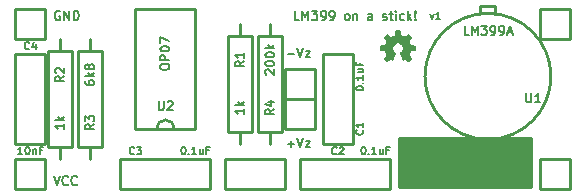
<source format=gto>
G04 (created by PCBNEW (22-Jun-2014 BZR 4027)-stable) date Wed 28 Mar 2018 02:14:31 AM CDT*
%MOIN*%
G04 Gerber Fmt 3.4, Leading zero omitted, Abs format*
%FSLAX34Y34*%
G01*
G70*
G90*
G04 APERTURE LIST*
%ADD10C,0.00590551*%
%ADD11C,0.006*%
%ADD12C,0.005*%
%ADD13C,0.01*%
%ADD14C,0.0001*%
G04 APERTURE END LIST*
G54D10*
G54D11*
X73571Y-58007D02*
X73800Y-58007D01*
X73685Y-58121D02*
X73685Y-57892D01*
X73900Y-57821D02*
X74000Y-58121D01*
X74100Y-57821D01*
X74171Y-57921D02*
X74328Y-57921D01*
X74171Y-58121D01*
X74328Y-58121D01*
X73571Y-55007D02*
X73800Y-55007D01*
X73900Y-54821D02*
X74000Y-55121D01*
X74100Y-54821D01*
X74171Y-54921D02*
X74328Y-54921D01*
X74171Y-55121D01*
X74328Y-55121D01*
X65778Y-59071D02*
X65878Y-59371D01*
X65978Y-59071D01*
X66250Y-59342D02*
X66235Y-59357D01*
X66192Y-59371D01*
X66164Y-59371D01*
X66121Y-59357D01*
X66092Y-59328D01*
X66078Y-59300D01*
X66064Y-59242D01*
X66064Y-59200D01*
X66078Y-59142D01*
X66092Y-59114D01*
X66121Y-59085D01*
X66164Y-59071D01*
X66192Y-59071D01*
X66235Y-59085D01*
X66250Y-59100D01*
X66550Y-59342D02*
X66535Y-59357D01*
X66492Y-59371D01*
X66464Y-59371D01*
X66421Y-59357D01*
X66392Y-59328D01*
X66378Y-59300D01*
X66364Y-59242D01*
X66364Y-59200D01*
X66378Y-59142D01*
X66392Y-59114D01*
X66421Y-59085D01*
X66464Y-59071D01*
X66492Y-59071D01*
X66535Y-59085D01*
X66550Y-59100D01*
X65978Y-53585D02*
X65950Y-53571D01*
X65907Y-53571D01*
X65864Y-53585D01*
X65835Y-53614D01*
X65821Y-53642D01*
X65807Y-53700D01*
X65807Y-53742D01*
X65821Y-53800D01*
X65835Y-53828D01*
X65864Y-53857D01*
X65907Y-53871D01*
X65935Y-53871D01*
X65978Y-53857D01*
X65992Y-53842D01*
X65992Y-53742D01*
X65935Y-53742D01*
X66121Y-53871D02*
X66121Y-53571D01*
X66292Y-53871D01*
X66292Y-53571D01*
X66435Y-53871D02*
X66435Y-53571D01*
X66507Y-53571D01*
X66550Y-53585D01*
X66578Y-53614D01*
X66592Y-53642D01*
X66607Y-53700D01*
X66607Y-53742D01*
X66592Y-53800D01*
X66578Y-53828D01*
X66550Y-53857D01*
X66507Y-53871D01*
X66435Y-53871D01*
G54D12*
X78321Y-53684D02*
X78380Y-53851D01*
X78440Y-53684D01*
X78666Y-53851D02*
X78523Y-53851D01*
X78595Y-53851D02*
X78595Y-53601D01*
X78571Y-53636D01*
X78547Y-53660D01*
X78523Y-53672D01*
G54D11*
X73964Y-53871D02*
X73821Y-53871D01*
X73821Y-53571D01*
X74064Y-53871D02*
X74064Y-53571D01*
X74164Y-53785D01*
X74264Y-53571D01*
X74264Y-53871D01*
X74378Y-53571D02*
X74564Y-53571D01*
X74464Y-53685D01*
X74507Y-53685D01*
X74535Y-53700D01*
X74550Y-53714D01*
X74564Y-53742D01*
X74564Y-53814D01*
X74550Y-53842D01*
X74535Y-53857D01*
X74507Y-53871D01*
X74421Y-53871D01*
X74392Y-53857D01*
X74378Y-53842D01*
X74707Y-53871D02*
X74764Y-53871D01*
X74792Y-53857D01*
X74807Y-53842D01*
X74835Y-53800D01*
X74849Y-53742D01*
X74849Y-53628D01*
X74835Y-53600D01*
X74821Y-53585D01*
X74792Y-53571D01*
X74735Y-53571D01*
X74707Y-53585D01*
X74692Y-53600D01*
X74678Y-53628D01*
X74678Y-53700D01*
X74692Y-53728D01*
X74707Y-53742D01*
X74735Y-53757D01*
X74792Y-53757D01*
X74821Y-53742D01*
X74835Y-53728D01*
X74849Y-53700D01*
X74992Y-53871D02*
X75049Y-53871D01*
X75078Y-53857D01*
X75092Y-53842D01*
X75121Y-53800D01*
X75135Y-53742D01*
X75135Y-53628D01*
X75121Y-53600D01*
X75107Y-53585D01*
X75078Y-53571D01*
X75021Y-53571D01*
X74992Y-53585D01*
X74978Y-53600D01*
X74964Y-53628D01*
X74964Y-53700D01*
X74978Y-53728D01*
X74992Y-53742D01*
X75021Y-53757D01*
X75078Y-53757D01*
X75107Y-53742D01*
X75121Y-53728D01*
X75135Y-53700D01*
X75535Y-53871D02*
X75507Y-53857D01*
X75492Y-53842D01*
X75478Y-53814D01*
X75478Y-53728D01*
X75492Y-53700D01*
X75507Y-53685D01*
X75535Y-53671D01*
X75578Y-53671D01*
X75607Y-53685D01*
X75621Y-53700D01*
X75635Y-53728D01*
X75635Y-53814D01*
X75621Y-53842D01*
X75607Y-53857D01*
X75578Y-53871D01*
X75535Y-53871D01*
X75764Y-53671D02*
X75764Y-53871D01*
X75764Y-53700D02*
X75778Y-53685D01*
X75807Y-53671D01*
X75849Y-53671D01*
X75878Y-53685D01*
X75892Y-53714D01*
X75892Y-53871D01*
X76392Y-53871D02*
X76392Y-53714D01*
X76378Y-53685D01*
X76349Y-53671D01*
X76292Y-53671D01*
X76264Y-53685D01*
X76392Y-53857D02*
X76364Y-53871D01*
X76292Y-53871D01*
X76264Y-53857D01*
X76249Y-53828D01*
X76249Y-53800D01*
X76264Y-53771D01*
X76292Y-53757D01*
X76364Y-53757D01*
X76392Y-53742D01*
X76749Y-53857D02*
X76778Y-53871D01*
X76835Y-53871D01*
X76864Y-53857D01*
X76878Y-53828D01*
X76878Y-53814D01*
X76864Y-53785D01*
X76835Y-53771D01*
X76792Y-53771D01*
X76764Y-53757D01*
X76749Y-53728D01*
X76749Y-53714D01*
X76764Y-53685D01*
X76792Y-53671D01*
X76835Y-53671D01*
X76864Y-53685D01*
X76964Y-53671D02*
X77078Y-53671D01*
X77007Y-53571D02*
X77007Y-53828D01*
X77021Y-53857D01*
X77049Y-53871D01*
X77078Y-53871D01*
X77178Y-53871D02*
X77178Y-53671D01*
X77178Y-53571D02*
X77164Y-53585D01*
X77178Y-53600D01*
X77192Y-53585D01*
X77178Y-53571D01*
X77178Y-53600D01*
X77449Y-53857D02*
X77421Y-53871D01*
X77364Y-53871D01*
X77335Y-53857D01*
X77321Y-53842D01*
X77307Y-53814D01*
X77307Y-53728D01*
X77321Y-53700D01*
X77335Y-53685D01*
X77364Y-53671D01*
X77421Y-53671D01*
X77449Y-53685D01*
X77578Y-53871D02*
X77578Y-53571D01*
X77607Y-53757D02*
X77692Y-53871D01*
X77692Y-53671D02*
X77578Y-53785D01*
X77821Y-53842D02*
X77835Y-53857D01*
X77821Y-53871D01*
X77807Y-53857D01*
X77821Y-53842D01*
X77821Y-53871D01*
X77821Y-53757D02*
X77807Y-53585D01*
X77821Y-53571D01*
X77835Y-53585D01*
X77821Y-53757D01*
X77821Y-53571D01*
G54D13*
X80500Y-53400D02*
X80500Y-53650D01*
X80000Y-53400D02*
X80000Y-53650D01*
X80000Y-53400D02*
X80500Y-53400D01*
X82350Y-55750D02*
G75*
G03X82350Y-55750I-2100J0D01*
G74*
G01*
X64500Y-59500D02*
X65500Y-59500D01*
X64500Y-58500D02*
X65500Y-58500D01*
X64500Y-59500D02*
X64500Y-58500D01*
X65500Y-58500D02*
X65500Y-59500D01*
X64500Y-54500D02*
X65500Y-54500D01*
X64500Y-53500D02*
X65500Y-53500D01*
X64500Y-54500D02*
X64500Y-53500D01*
X65500Y-53500D02*
X65500Y-54500D01*
X73500Y-57500D02*
X74500Y-57500D01*
X73500Y-56500D02*
X74500Y-56500D01*
X73500Y-57500D02*
X73500Y-56500D01*
X74500Y-56500D02*
X74500Y-57500D01*
X73500Y-56500D02*
X74500Y-56500D01*
X73500Y-55500D02*
X74500Y-55500D01*
X73500Y-56500D02*
X73500Y-55500D01*
X74500Y-55500D02*
X74500Y-56500D01*
X66000Y-54500D02*
X66000Y-54900D01*
X66000Y-54900D02*
X66400Y-54900D01*
X66400Y-54900D02*
X66400Y-58100D01*
X66400Y-58100D02*
X65600Y-58100D01*
X65600Y-58100D02*
X65600Y-54900D01*
X65600Y-54900D02*
X66000Y-54900D01*
X66000Y-58500D02*
X66000Y-58100D01*
X67000Y-58500D02*
X67000Y-58100D01*
X67000Y-58100D02*
X66600Y-58100D01*
X66600Y-58100D02*
X66600Y-54900D01*
X66600Y-54900D02*
X67400Y-54900D01*
X67400Y-54900D02*
X67400Y-58100D01*
X67400Y-58100D02*
X67000Y-58100D01*
X67000Y-54500D02*
X67000Y-54900D01*
X72000Y-54000D02*
X72000Y-54400D01*
X72000Y-54400D02*
X72400Y-54400D01*
X72400Y-54400D02*
X72400Y-57600D01*
X72400Y-57600D02*
X71600Y-57600D01*
X71600Y-57600D02*
X71600Y-54400D01*
X71600Y-54400D02*
X72000Y-54400D01*
X72000Y-58000D02*
X72000Y-57600D01*
X69500Y-57200D02*
G75*
G03X69200Y-57500I0J-300D01*
G74*
G01*
X69800Y-57500D02*
G75*
G03X69500Y-57200I-300J0D01*
G74*
G01*
X68500Y-57500D02*
X68500Y-53500D01*
X68500Y-53500D02*
X70500Y-53500D01*
X70500Y-53500D02*
X70500Y-57500D01*
X70500Y-57500D02*
X68500Y-57500D01*
X74750Y-55000D02*
X75750Y-55000D01*
X74750Y-58000D02*
X75750Y-58000D01*
X75750Y-58000D02*
X75750Y-55000D01*
X74750Y-58000D02*
X74750Y-55000D01*
X65500Y-58000D02*
X64500Y-58000D01*
X65500Y-55000D02*
X64500Y-55000D01*
X64500Y-55000D02*
X64500Y-58000D01*
X65500Y-55000D02*
X65500Y-58000D01*
X71000Y-58500D02*
X71000Y-59500D01*
X68000Y-58500D02*
X68000Y-59500D01*
X68000Y-59500D02*
X71000Y-59500D01*
X68000Y-58500D02*
X71000Y-58500D01*
X77000Y-58500D02*
X77000Y-59500D01*
X74000Y-58500D02*
X74000Y-59500D01*
X74000Y-59500D02*
X77000Y-59500D01*
X74000Y-58500D02*
X77000Y-58500D01*
X73000Y-58000D02*
X73000Y-57600D01*
X73000Y-57600D02*
X72600Y-57600D01*
X72600Y-57600D02*
X72600Y-54400D01*
X72600Y-54400D02*
X73400Y-54400D01*
X73400Y-54400D02*
X73400Y-57600D01*
X73400Y-57600D02*
X73000Y-57600D01*
X73000Y-54000D02*
X73000Y-54400D01*
X71500Y-58500D02*
X73500Y-58500D01*
X73500Y-58500D02*
X73500Y-59500D01*
X73500Y-59500D02*
X71500Y-59500D01*
X71500Y-59500D02*
X71500Y-58500D01*
X82000Y-54500D02*
X83000Y-54500D01*
X82000Y-53500D02*
X83000Y-53500D01*
X82000Y-54500D02*
X82000Y-53500D01*
X83000Y-53500D02*
X83000Y-54500D01*
X82000Y-59500D02*
X83000Y-59500D01*
X82000Y-58500D02*
X83000Y-58500D01*
X82000Y-59500D02*
X82000Y-58500D01*
X83000Y-58500D02*
X83000Y-59500D01*
G54D14*
G36*
X76892Y-55280D02*
X76899Y-55277D01*
X76912Y-55268D01*
X76932Y-55255D01*
X76955Y-55240D01*
X76979Y-55224D01*
X76998Y-55211D01*
X77012Y-55202D01*
X77017Y-55199D01*
X77020Y-55200D01*
X77031Y-55206D01*
X77047Y-55214D01*
X77057Y-55219D01*
X77072Y-55225D01*
X77079Y-55227D01*
X77080Y-55225D01*
X77086Y-55213D01*
X77094Y-55194D01*
X77105Y-55168D01*
X77118Y-55138D01*
X77132Y-55106D01*
X77145Y-55073D01*
X77158Y-55042D01*
X77170Y-55013D01*
X77179Y-54990D01*
X77185Y-54974D01*
X77188Y-54967D01*
X77187Y-54966D01*
X77180Y-54959D01*
X77167Y-54949D01*
X77139Y-54926D01*
X77111Y-54892D01*
X77094Y-54853D01*
X77089Y-54809D01*
X77093Y-54769D01*
X77109Y-54731D01*
X77136Y-54696D01*
X77169Y-54670D01*
X77207Y-54654D01*
X77250Y-54649D01*
X77291Y-54653D01*
X77330Y-54669D01*
X77365Y-54695D01*
X77380Y-54712D01*
X77400Y-54748D01*
X77412Y-54785D01*
X77413Y-54794D01*
X77411Y-54836D01*
X77399Y-54876D01*
X77377Y-54911D01*
X77347Y-54940D01*
X77343Y-54943D01*
X77329Y-54954D01*
X77319Y-54961D01*
X77312Y-54967D01*
X77365Y-55094D01*
X77373Y-55114D01*
X77388Y-55149D01*
X77400Y-55179D01*
X77411Y-55203D01*
X77418Y-55219D01*
X77421Y-55225D01*
X77421Y-55225D01*
X77426Y-55226D01*
X77435Y-55223D01*
X77453Y-55214D01*
X77465Y-55208D01*
X77478Y-55202D01*
X77484Y-55199D01*
X77490Y-55202D01*
X77503Y-55210D01*
X77521Y-55223D01*
X77544Y-55238D01*
X77566Y-55253D01*
X77586Y-55266D01*
X77600Y-55276D01*
X77607Y-55279D01*
X77608Y-55279D01*
X77615Y-55276D01*
X77626Y-55266D01*
X77643Y-55250D01*
X77668Y-55226D01*
X77672Y-55222D01*
X77692Y-55202D01*
X77708Y-55184D01*
X77719Y-55172D01*
X77723Y-55167D01*
X77723Y-55167D01*
X77719Y-55160D01*
X77710Y-55145D01*
X77697Y-55125D01*
X77681Y-55101D01*
X77639Y-55040D01*
X77662Y-54983D01*
X77669Y-54965D01*
X77678Y-54943D01*
X77685Y-54928D01*
X77688Y-54921D01*
X77695Y-54919D01*
X77710Y-54915D01*
X77733Y-54911D01*
X77761Y-54906D01*
X77787Y-54901D01*
X77810Y-54896D01*
X77827Y-54893D01*
X77835Y-54892D01*
X77837Y-54890D01*
X77838Y-54887D01*
X77839Y-54879D01*
X77840Y-54864D01*
X77840Y-54842D01*
X77840Y-54809D01*
X77840Y-54806D01*
X77840Y-54775D01*
X77839Y-54750D01*
X77838Y-54735D01*
X77837Y-54728D01*
X77837Y-54728D01*
X77830Y-54726D01*
X77813Y-54723D01*
X77790Y-54718D01*
X77762Y-54713D01*
X77760Y-54713D01*
X77732Y-54707D01*
X77709Y-54702D01*
X77692Y-54699D01*
X77685Y-54696D01*
X77684Y-54694D01*
X77678Y-54683D01*
X77670Y-54666D01*
X77661Y-54645D01*
X77652Y-54623D01*
X77644Y-54603D01*
X77639Y-54589D01*
X77637Y-54582D01*
X77637Y-54582D01*
X77641Y-54575D01*
X77651Y-54561D01*
X77665Y-54541D01*
X77681Y-54517D01*
X77682Y-54515D01*
X77698Y-54491D01*
X77711Y-54471D01*
X77720Y-54457D01*
X77723Y-54451D01*
X77723Y-54450D01*
X77718Y-54443D01*
X77706Y-54430D01*
X77688Y-54412D01*
X77668Y-54391D01*
X77661Y-54385D01*
X77638Y-54362D01*
X77622Y-54348D01*
X77612Y-54340D01*
X77608Y-54338D01*
X77607Y-54338D01*
X77600Y-54342D01*
X77585Y-54352D01*
X77565Y-54366D01*
X77541Y-54382D01*
X77540Y-54383D01*
X77516Y-54399D01*
X77496Y-54413D01*
X77482Y-54422D01*
X77476Y-54425D01*
X77475Y-54425D01*
X77466Y-54423D01*
X77449Y-54417D01*
X77428Y-54409D01*
X77406Y-54400D01*
X77386Y-54392D01*
X77372Y-54385D01*
X77365Y-54381D01*
X77364Y-54381D01*
X77362Y-54372D01*
X77358Y-54354D01*
X77353Y-54330D01*
X77347Y-54301D01*
X77346Y-54297D01*
X77341Y-54268D01*
X77337Y-54245D01*
X77333Y-54229D01*
X77332Y-54222D01*
X77328Y-54222D01*
X77314Y-54221D01*
X77293Y-54220D01*
X77267Y-54220D01*
X77241Y-54220D01*
X77215Y-54220D01*
X77193Y-54221D01*
X77177Y-54222D01*
X77170Y-54224D01*
X77170Y-54224D01*
X77168Y-54233D01*
X77164Y-54250D01*
X77159Y-54275D01*
X77153Y-54304D01*
X77152Y-54309D01*
X77147Y-54337D01*
X77142Y-54360D01*
X77139Y-54376D01*
X77137Y-54382D01*
X77135Y-54383D01*
X77123Y-54389D01*
X77104Y-54396D01*
X77081Y-54406D01*
X77027Y-54428D01*
X76961Y-54382D01*
X76955Y-54378D01*
X76931Y-54362D01*
X76911Y-54349D01*
X76897Y-54340D01*
X76892Y-54337D01*
X76891Y-54337D01*
X76885Y-54343D01*
X76872Y-54355D01*
X76854Y-54373D01*
X76833Y-54393D01*
X76817Y-54409D01*
X76799Y-54427D01*
X76788Y-54440D01*
X76781Y-54448D01*
X76779Y-54453D01*
X76780Y-54456D01*
X76784Y-54463D01*
X76794Y-54477D01*
X76807Y-54498D01*
X76823Y-54521D01*
X76837Y-54541D01*
X76851Y-54563D01*
X76860Y-54579D01*
X76864Y-54586D01*
X76863Y-54590D01*
X76858Y-54603D01*
X76850Y-54622D01*
X76840Y-54646D01*
X76817Y-54698D01*
X76783Y-54705D01*
X76762Y-54709D01*
X76733Y-54714D01*
X76705Y-54720D01*
X76661Y-54728D01*
X76660Y-54887D01*
X76667Y-54890D01*
X76673Y-54892D01*
X76689Y-54896D01*
X76712Y-54900D01*
X76739Y-54905D01*
X76763Y-54910D01*
X76786Y-54914D01*
X76803Y-54917D01*
X76810Y-54919D01*
X76812Y-54921D01*
X76818Y-54933D01*
X76826Y-54951D01*
X76835Y-54972D01*
X76845Y-54995D01*
X76853Y-55015D01*
X76859Y-55031D01*
X76861Y-55039D01*
X76858Y-55045D01*
X76849Y-55059D01*
X76836Y-55079D01*
X76820Y-55102D01*
X76804Y-55125D01*
X76791Y-55145D01*
X76781Y-55159D01*
X76778Y-55166D01*
X76780Y-55170D01*
X76789Y-55181D01*
X76806Y-55199D01*
X76832Y-55225D01*
X76837Y-55229D01*
X76857Y-55249D01*
X76875Y-55265D01*
X76887Y-55276D01*
X76892Y-55280D01*
X76892Y-55280D01*
G37*
G54D11*
X81521Y-56321D02*
X81521Y-56564D01*
X81535Y-56592D01*
X81550Y-56607D01*
X81578Y-56621D01*
X81635Y-56621D01*
X81664Y-56607D01*
X81678Y-56592D01*
X81692Y-56564D01*
X81692Y-56321D01*
X81992Y-56621D02*
X81821Y-56621D01*
X81907Y-56621D02*
X81907Y-56321D01*
X81878Y-56364D01*
X81850Y-56392D01*
X81821Y-56407D01*
X79614Y-54371D02*
X79471Y-54371D01*
X79471Y-54071D01*
X79714Y-54371D02*
X79714Y-54071D01*
X79814Y-54285D01*
X79914Y-54071D01*
X79914Y-54371D01*
X80028Y-54071D02*
X80214Y-54071D01*
X80114Y-54185D01*
X80157Y-54185D01*
X80185Y-54200D01*
X80200Y-54214D01*
X80214Y-54242D01*
X80214Y-54314D01*
X80200Y-54342D01*
X80185Y-54357D01*
X80157Y-54371D01*
X80071Y-54371D01*
X80042Y-54357D01*
X80028Y-54342D01*
X80357Y-54371D02*
X80414Y-54371D01*
X80442Y-54357D01*
X80457Y-54342D01*
X80485Y-54300D01*
X80500Y-54242D01*
X80500Y-54128D01*
X80485Y-54100D01*
X80471Y-54085D01*
X80442Y-54071D01*
X80385Y-54071D01*
X80357Y-54085D01*
X80342Y-54100D01*
X80328Y-54128D01*
X80328Y-54200D01*
X80342Y-54228D01*
X80357Y-54242D01*
X80385Y-54257D01*
X80442Y-54257D01*
X80471Y-54242D01*
X80485Y-54228D01*
X80500Y-54200D01*
X80642Y-54371D02*
X80700Y-54371D01*
X80728Y-54357D01*
X80742Y-54342D01*
X80771Y-54300D01*
X80785Y-54242D01*
X80785Y-54128D01*
X80771Y-54100D01*
X80757Y-54085D01*
X80728Y-54071D01*
X80671Y-54071D01*
X80642Y-54085D01*
X80628Y-54100D01*
X80614Y-54128D01*
X80614Y-54200D01*
X80628Y-54228D01*
X80642Y-54242D01*
X80671Y-54257D01*
X80728Y-54257D01*
X80757Y-54242D01*
X80771Y-54228D01*
X80785Y-54200D01*
X80900Y-54285D02*
X81042Y-54285D01*
X80871Y-54371D02*
X80971Y-54071D01*
X81071Y-54371D01*
X66121Y-55750D02*
X65978Y-55850D01*
X66121Y-55921D02*
X65821Y-55921D01*
X65821Y-55807D01*
X65835Y-55778D01*
X65850Y-55764D01*
X65878Y-55750D01*
X65921Y-55750D01*
X65950Y-55764D01*
X65964Y-55778D01*
X65978Y-55807D01*
X65978Y-55921D01*
X65850Y-55635D02*
X65835Y-55621D01*
X65821Y-55592D01*
X65821Y-55521D01*
X65835Y-55492D01*
X65850Y-55478D01*
X65878Y-55464D01*
X65907Y-55464D01*
X65950Y-55478D01*
X66121Y-55650D01*
X66121Y-55464D01*
X66121Y-57335D02*
X66121Y-57507D01*
X66121Y-57421D02*
X65821Y-57421D01*
X65864Y-57449D01*
X65892Y-57478D01*
X65907Y-57507D01*
X66121Y-57207D02*
X65821Y-57207D01*
X66007Y-57178D02*
X66121Y-57092D01*
X65921Y-57092D02*
X66035Y-57207D01*
X67121Y-57350D02*
X66978Y-57450D01*
X67121Y-57521D02*
X66821Y-57521D01*
X66821Y-57407D01*
X66835Y-57378D01*
X66850Y-57364D01*
X66878Y-57350D01*
X66921Y-57350D01*
X66950Y-57364D01*
X66964Y-57378D01*
X66978Y-57407D01*
X66978Y-57521D01*
X66821Y-57250D02*
X66821Y-57064D01*
X66935Y-57164D01*
X66935Y-57121D01*
X66950Y-57092D01*
X66964Y-57078D01*
X66992Y-57064D01*
X67064Y-57064D01*
X67092Y-57078D01*
X67107Y-57092D01*
X67121Y-57121D01*
X67121Y-57207D01*
X67107Y-57235D01*
X67092Y-57250D01*
X66821Y-55907D02*
X66821Y-55964D01*
X66835Y-55992D01*
X66850Y-56007D01*
X66892Y-56035D01*
X66950Y-56049D01*
X67064Y-56049D01*
X67092Y-56035D01*
X67107Y-56021D01*
X67121Y-55992D01*
X67121Y-55935D01*
X67107Y-55907D01*
X67092Y-55892D01*
X67064Y-55878D01*
X66992Y-55878D01*
X66964Y-55892D01*
X66950Y-55907D01*
X66935Y-55935D01*
X66935Y-55992D01*
X66950Y-56021D01*
X66964Y-56035D01*
X66992Y-56049D01*
X67121Y-55749D02*
X66821Y-55749D01*
X67007Y-55721D02*
X67121Y-55635D01*
X66921Y-55635D02*
X67035Y-55749D01*
X66950Y-55464D02*
X66935Y-55492D01*
X66921Y-55507D01*
X66892Y-55521D01*
X66878Y-55521D01*
X66850Y-55507D01*
X66835Y-55492D01*
X66821Y-55464D01*
X66821Y-55407D01*
X66835Y-55378D01*
X66850Y-55364D01*
X66878Y-55350D01*
X66892Y-55350D01*
X66921Y-55364D01*
X66935Y-55378D01*
X66950Y-55407D01*
X66950Y-55464D01*
X66964Y-55492D01*
X66978Y-55507D01*
X67007Y-55521D01*
X67064Y-55521D01*
X67092Y-55507D01*
X67107Y-55492D01*
X67121Y-55464D01*
X67121Y-55407D01*
X67107Y-55378D01*
X67092Y-55364D01*
X67064Y-55350D01*
X67007Y-55350D01*
X66978Y-55364D01*
X66964Y-55378D01*
X66950Y-55407D01*
X72121Y-55250D02*
X71978Y-55350D01*
X72121Y-55421D02*
X71821Y-55421D01*
X71821Y-55307D01*
X71835Y-55278D01*
X71850Y-55264D01*
X71878Y-55250D01*
X71921Y-55250D01*
X71950Y-55264D01*
X71964Y-55278D01*
X71978Y-55307D01*
X71978Y-55421D01*
X72121Y-54964D02*
X72121Y-55135D01*
X72121Y-55050D02*
X71821Y-55050D01*
X71864Y-55078D01*
X71892Y-55107D01*
X71907Y-55135D01*
X72121Y-56835D02*
X72121Y-57007D01*
X72121Y-56921D02*
X71821Y-56921D01*
X71864Y-56949D01*
X71892Y-56978D01*
X71907Y-57007D01*
X72121Y-56707D02*
X71821Y-56707D01*
X72007Y-56678D02*
X72121Y-56592D01*
X71921Y-56592D02*
X72035Y-56707D01*
X69271Y-56571D02*
X69271Y-56814D01*
X69285Y-56842D01*
X69300Y-56857D01*
X69328Y-56871D01*
X69385Y-56871D01*
X69414Y-56857D01*
X69428Y-56842D01*
X69442Y-56814D01*
X69442Y-56571D01*
X69571Y-56600D02*
X69585Y-56585D01*
X69614Y-56571D01*
X69685Y-56571D01*
X69714Y-56585D01*
X69728Y-56600D01*
X69742Y-56628D01*
X69742Y-56657D01*
X69728Y-56700D01*
X69557Y-56871D01*
X69742Y-56871D01*
X69321Y-55464D02*
X69321Y-55407D01*
X69335Y-55378D01*
X69364Y-55350D01*
X69421Y-55335D01*
X69521Y-55335D01*
X69578Y-55350D01*
X69607Y-55378D01*
X69621Y-55407D01*
X69621Y-55464D01*
X69607Y-55492D01*
X69578Y-55521D01*
X69521Y-55535D01*
X69421Y-55535D01*
X69364Y-55521D01*
X69335Y-55492D01*
X69321Y-55464D01*
X69621Y-55207D02*
X69321Y-55207D01*
X69321Y-55092D01*
X69335Y-55064D01*
X69350Y-55050D01*
X69378Y-55035D01*
X69421Y-55035D01*
X69450Y-55050D01*
X69464Y-55064D01*
X69478Y-55092D01*
X69478Y-55207D01*
X69321Y-54850D02*
X69321Y-54821D01*
X69335Y-54792D01*
X69350Y-54778D01*
X69378Y-54764D01*
X69435Y-54750D01*
X69507Y-54750D01*
X69564Y-54764D01*
X69592Y-54778D01*
X69607Y-54792D01*
X69621Y-54821D01*
X69621Y-54850D01*
X69607Y-54878D01*
X69592Y-54892D01*
X69564Y-54907D01*
X69507Y-54921D01*
X69435Y-54921D01*
X69378Y-54907D01*
X69350Y-54892D01*
X69335Y-54878D01*
X69321Y-54850D01*
X69321Y-54650D02*
X69321Y-54450D01*
X69621Y-54578D01*
G54D12*
X76077Y-57541D02*
X76089Y-57553D01*
X76101Y-57589D01*
X76101Y-57613D01*
X76089Y-57648D01*
X76065Y-57672D01*
X76041Y-57684D01*
X75994Y-57696D01*
X75958Y-57696D01*
X75910Y-57684D01*
X75886Y-57672D01*
X75863Y-57648D01*
X75851Y-57613D01*
X75851Y-57589D01*
X75863Y-57553D01*
X75875Y-57541D01*
X76101Y-57303D02*
X76101Y-57446D01*
X76101Y-57375D02*
X75851Y-57375D01*
X75886Y-57398D01*
X75910Y-57422D01*
X75922Y-57446D01*
X75851Y-56160D02*
X75851Y-56136D01*
X75863Y-56113D01*
X75875Y-56101D01*
X75898Y-56089D01*
X75946Y-56077D01*
X76005Y-56077D01*
X76053Y-56089D01*
X76077Y-56101D01*
X76089Y-56113D01*
X76101Y-56136D01*
X76101Y-56160D01*
X76089Y-56184D01*
X76077Y-56196D01*
X76053Y-56208D01*
X76005Y-56220D01*
X75946Y-56220D01*
X75898Y-56208D01*
X75875Y-56196D01*
X75863Y-56184D01*
X75851Y-56160D01*
X76077Y-55970D02*
X76089Y-55958D01*
X76101Y-55970D01*
X76089Y-55982D01*
X76077Y-55970D01*
X76101Y-55970D01*
X76101Y-55720D02*
X76101Y-55863D01*
X76101Y-55791D02*
X75851Y-55791D01*
X75886Y-55815D01*
X75910Y-55839D01*
X75922Y-55863D01*
X75934Y-55505D02*
X76101Y-55505D01*
X75934Y-55613D02*
X76065Y-55613D01*
X76089Y-55601D01*
X76101Y-55577D01*
X76101Y-55541D01*
X76089Y-55517D01*
X76077Y-55505D01*
X75970Y-55303D02*
X75970Y-55386D01*
X76101Y-55386D02*
X75851Y-55386D01*
X75851Y-55267D01*
X64958Y-54827D02*
X64946Y-54839D01*
X64910Y-54851D01*
X64886Y-54851D01*
X64851Y-54839D01*
X64827Y-54815D01*
X64815Y-54791D01*
X64803Y-54744D01*
X64803Y-54708D01*
X64815Y-54660D01*
X64827Y-54636D01*
X64851Y-54613D01*
X64886Y-54601D01*
X64910Y-54601D01*
X64946Y-54613D01*
X64958Y-54625D01*
X65172Y-54684D02*
X65172Y-54851D01*
X65113Y-54589D02*
X65053Y-54767D01*
X65208Y-54767D01*
X64732Y-58351D02*
X64589Y-58351D01*
X64660Y-58351D02*
X64660Y-58101D01*
X64636Y-58136D01*
X64613Y-58160D01*
X64589Y-58172D01*
X64886Y-58101D02*
X64910Y-58101D01*
X64934Y-58113D01*
X64946Y-58125D01*
X64958Y-58148D01*
X64970Y-58196D01*
X64970Y-58255D01*
X64958Y-58303D01*
X64946Y-58327D01*
X64934Y-58339D01*
X64910Y-58351D01*
X64886Y-58351D01*
X64863Y-58339D01*
X64851Y-58327D01*
X64839Y-58303D01*
X64827Y-58255D01*
X64827Y-58196D01*
X64839Y-58148D01*
X64851Y-58125D01*
X64863Y-58113D01*
X64886Y-58101D01*
X65077Y-58184D02*
X65077Y-58351D01*
X65077Y-58208D02*
X65089Y-58196D01*
X65113Y-58184D01*
X65148Y-58184D01*
X65172Y-58196D01*
X65184Y-58220D01*
X65184Y-58351D01*
X65386Y-58220D02*
X65303Y-58220D01*
X65303Y-58351D02*
X65303Y-58101D01*
X65422Y-58101D01*
X68458Y-58327D02*
X68446Y-58339D01*
X68410Y-58351D01*
X68386Y-58351D01*
X68351Y-58339D01*
X68327Y-58315D01*
X68315Y-58291D01*
X68303Y-58244D01*
X68303Y-58208D01*
X68315Y-58160D01*
X68327Y-58136D01*
X68351Y-58113D01*
X68386Y-58101D01*
X68410Y-58101D01*
X68446Y-58113D01*
X68458Y-58125D01*
X68541Y-58101D02*
X68696Y-58101D01*
X68613Y-58196D01*
X68648Y-58196D01*
X68672Y-58208D01*
X68684Y-58220D01*
X68696Y-58244D01*
X68696Y-58303D01*
X68684Y-58327D01*
X68672Y-58339D01*
X68648Y-58351D01*
X68577Y-58351D01*
X68553Y-58339D01*
X68541Y-58327D01*
X70089Y-58101D02*
X70113Y-58101D01*
X70136Y-58113D01*
X70148Y-58125D01*
X70160Y-58148D01*
X70172Y-58196D01*
X70172Y-58255D01*
X70160Y-58303D01*
X70148Y-58327D01*
X70136Y-58339D01*
X70113Y-58351D01*
X70089Y-58351D01*
X70065Y-58339D01*
X70053Y-58327D01*
X70041Y-58303D01*
X70029Y-58255D01*
X70029Y-58196D01*
X70041Y-58148D01*
X70053Y-58125D01*
X70065Y-58113D01*
X70089Y-58101D01*
X70279Y-58327D02*
X70291Y-58339D01*
X70279Y-58351D01*
X70267Y-58339D01*
X70279Y-58327D01*
X70279Y-58351D01*
X70529Y-58351D02*
X70386Y-58351D01*
X70458Y-58351D02*
X70458Y-58101D01*
X70434Y-58136D01*
X70410Y-58160D01*
X70386Y-58172D01*
X70744Y-58184D02*
X70744Y-58351D01*
X70636Y-58184D02*
X70636Y-58315D01*
X70648Y-58339D01*
X70672Y-58351D01*
X70708Y-58351D01*
X70732Y-58339D01*
X70744Y-58327D01*
X70946Y-58220D02*
X70863Y-58220D01*
X70863Y-58351D02*
X70863Y-58101D01*
X70982Y-58101D01*
X75208Y-58327D02*
X75196Y-58339D01*
X75160Y-58351D01*
X75136Y-58351D01*
X75101Y-58339D01*
X75077Y-58315D01*
X75065Y-58291D01*
X75053Y-58244D01*
X75053Y-58208D01*
X75065Y-58160D01*
X75077Y-58136D01*
X75101Y-58113D01*
X75136Y-58101D01*
X75160Y-58101D01*
X75196Y-58113D01*
X75208Y-58125D01*
X75303Y-58125D02*
X75315Y-58113D01*
X75339Y-58101D01*
X75398Y-58101D01*
X75422Y-58113D01*
X75434Y-58125D01*
X75446Y-58148D01*
X75446Y-58172D01*
X75434Y-58208D01*
X75291Y-58351D01*
X75446Y-58351D01*
X76089Y-58101D02*
X76113Y-58101D01*
X76136Y-58113D01*
X76148Y-58125D01*
X76160Y-58148D01*
X76172Y-58196D01*
X76172Y-58255D01*
X76160Y-58303D01*
X76148Y-58327D01*
X76136Y-58339D01*
X76113Y-58351D01*
X76089Y-58351D01*
X76065Y-58339D01*
X76053Y-58327D01*
X76041Y-58303D01*
X76029Y-58255D01*
X76029Y-58196D01*
X76041Y-58148D01*
X76053Y-58125D01*
X76065Y-58113D01*
X76089Y-58101D01*
X76279Y-58327D02*
X76291Y-58339D01*
X76279Y-58351D01*
X76267Y-58339D01*
X76279Y-58327D01*
X76279Y-58351D01*
X76529Y-58351D02*
X76386Y-58351D01*
X76458Y-58351D02*
X76458Y-58101D01*
X76434Y-58136D01*
X76410Y-58160D01*
X76386Y-58172D01*
X76744Y-58184D02*
X76744Y-58351D01*
X76636Y-58184D02*
X76636Y-58315D01*
X76648Y-58339D01*
X76672Y-58351D01*
X76708Y-58351D01*
X76732Y-58339D01*
X76744Y-58327D01*
X76946Y-58220D02*
X76863Y-58220D01*
X76863Y-58351D02*
X76863Y-58101D01*
X76982Y-58101D01*
G54D11*
X73121Y-56850D02*
X72978Y-56950D01*
X73121Y-57021D02*
X72821Y-57021D01*
X72821Y-56907D01*
X72835Y-56878D01*
X72850Y-56864D01*
X72878Y-56850D01*
X72921Y-56850D01*
X72950Y-56864D01*
X72964Y-56878D01*
X72978Y-56907D01*
X72978Y-57021D01*
X72921Y-56592D02*
X73121Y-56592D01*
X72807Y-56664D02*
X73021Y-56735D01*
X73021Y-56550D01*
X72850Y-55692D02*
X72835Y-55678D01*
X72821Y-55649D01*
X72821Y-55578D01*
X72835Y-55549D01*
X72850Y-55535D01*
X72878Y-55521D01*
X72907Y-55521D01*
X72950Y-55535D01*
X73121Y-55707D01*
X73121Y-55521D01*
X72821Y-55335D02*
X72821Y-55307D01*
X72835Y-55278D01*
X72850Y-55264D01*
X72878Y-55249D01*
X72935Y-55235D01*
X73007Y-55235D01*
X73064Y-55249D01*
X73092Y-55264D01*
X73107Y-55278D01*
X73121Y-55307D01*
X73121Y-55335D01*
X73107Y-55364D01*
X73092Y-55378D01*
X73064Y-55392D01*
X73007Y-55407D01*
X72935Y-55407D01*
X72878Y-55392D01*
X72850Y-55378D01*
X72835Y-55364D01*
X72821Y-55335D01*
X72821Y-55050D02*
X72821Y-55021D01*
X72835Y-54992D01*
X72850Y-54978D01*
X72878Y-54964D01*
X72935Y-54950D01*
X73007Y-54950D01*
X73064Y-54964D01*
X73092Y-54978D01*
X73107Y-54992D01*
X73121Y-55021D01*
X73121Y-55050D01*
X73107Y-55078D01*
X73092Y-55092D01*
X73064Y-55107D01*
X73007Y-55121D01*
X72935Y-55121D01*
X72878Y-55107D01*
X72850Y-55092D01*
X72835Y-55078D01*
X72821Y-55050D01*
X73121Y-54821D02*
X72821Y-54821D01*
X73007Y-54792D02*
X73121Y-54707D01*
X72921Y-54707D02*
X73035Y-54821D01*
G54D10*
G36*
X81700Y-59450D02*
X77300Y-59450D01*
X77300Y-57800D01*
X81700Y-57800D01*
X81700Y-59450D01*
X81700Y-59450D01*
G37*
G54D13*
X81700Y-59450D02*
X77300Y-59450D01*
X77300Y-57800D01*
X81700Y-57800D01*
X81700Y-59450D01*
M02*

</source>
